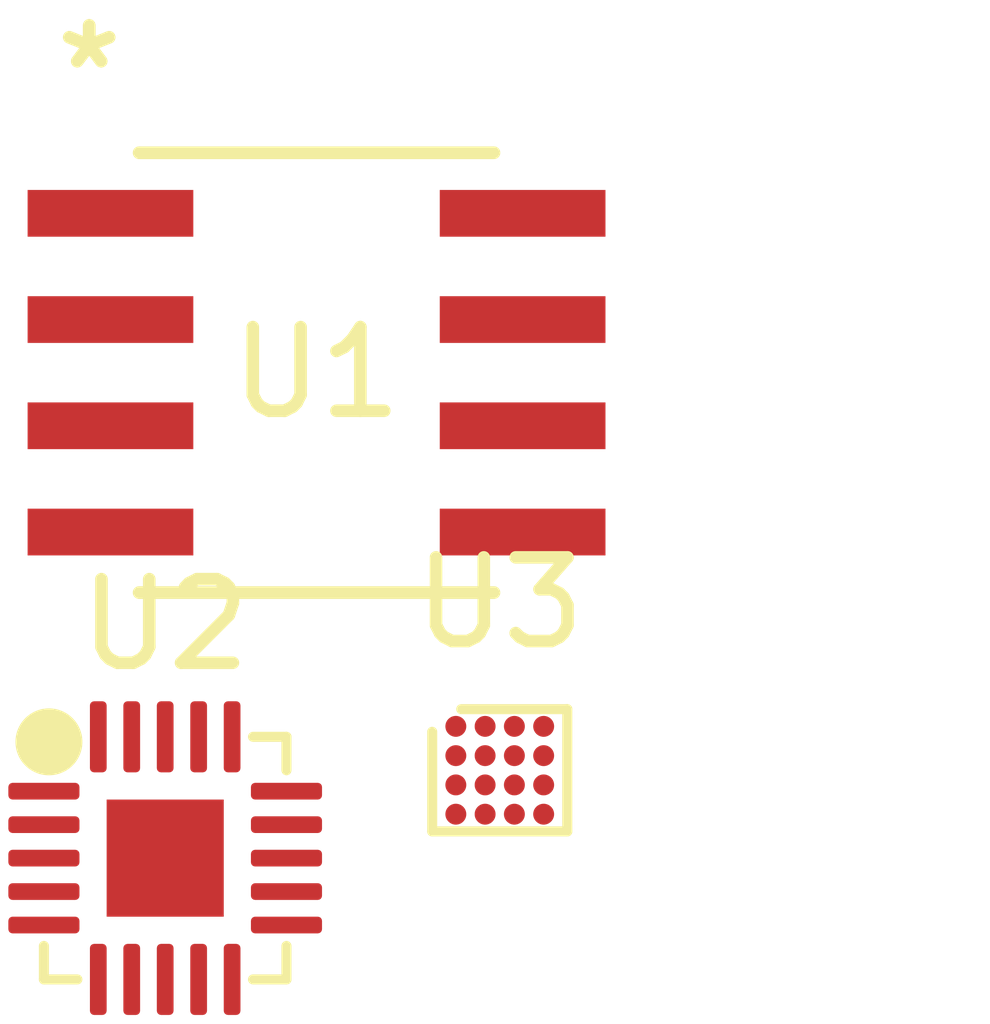
<source format=kicad_pcb>
(kicad_pcb (version 20221018) (generator pcbnew)
  (layers (0 "F.Cu" signal "Front") (1 "In1.Cu" signal) (2 "In2.Cu" signal) (31 "B.Cu" signal "Back") (34 "B.Paste" user) (35 "F.Paste" user) (36 "B.SilkS" user "B.Silkscreen") (37 "F.SilkS" user "F.Silkscreen") (38 "B.Mask" user) (39 "F.Mask" user) (44 "Edge.Cuts" user))
  (net 0 "")
  (net 1 "GND")
  (net 2 "Net-(U1-G2)")
  (net 3 "Net-(U1-G1)")
  (net 4 "Net-(J6-Pin_1)")
  (net 5 "Net-(J3-Pin_1)")
  (footprint "00_Custom:SO-8_AOS" (layer "F.Cu") (at 133.2846 95.7221)
    (fp_text reference "U1" (at 0 0 unlocked) (layer "F.SilkS"))
    (fp_text value "AO4882")
    (fp_text user "*" (at -2.7178 -3.6068) (layer "F.SilkS"))
    (fp_text user "*" (at -2.7178 -3.6068 unlocked) (layer "F.SilkS"))
    (fp_line (start -2.1209 2.6289) (end 2.1209 2.6289) (stroke (width 0.1524)) (layer "F.SilkS"))
    (fp_line (start 2.1209 -2.6289) (end -2.1209 -2.6289) (stroke (width 0.1524)) (layer "F.SilkS"))
    (pad "1" smd rect (at -2.4638 -1.905) (size 1.9812 0.5588) (layers "F.Cu" "F.Paste" "F.Mask") (net 1 "GND"))
    (pad "2" smd rect (at -2.4638 -0.635) (size 1.9812 0.5588) (layers "F.Cu" "F.Paste" "F.Mask") (net 2 "Net-(U1-G2)"))
    (pad "3" smd rect (at -2.4638 0.635) (size 1.9812 0.5588) (layers "F.Cu" "F.Paste" "F.Mask") (net 1 "GND"))
    (pad "4" smd rect (at -2.4638 1.905) (size 1.9812 0.5588) (layers "F.Cu" "F.Paste" "F.Mask") (net 3 "Net-(U1-G1)"))
    (pad "5" smd rect (at 2.4638 1.905) (size 1.9812 0.5588) (layers "F.Cu" "F.Paste" "F.Mask") (net 4 "Net-(J6-Pin_1)"))
    (pad "6" smd rect (at 2.4638 0.635) (size 1.9812 0.5588) (layers "F.Cu" "F.Paste" "F.Mask") (net 4 "Net-(J6-Pin_1)"))
    (pad "7" smd rect (at 2.4638 -0.635) (size 1.9812 0.5588) (layers "F.Cu" "F.Paste" "F.Mask") (net 5 "Net-(J3-Pin_1)"))
    (pad "8" smd rect (at 2.4638 -1.905) (size 1.9812 0.5588) (layers "F.Cu" "F.Paste" "F.Mask") (net 5 "Net-(J3-Pin_1)"))
  )
  (footprint "00_Custom:CSP16_1.59x1.436mm_P0.35mm_JLCPCB" (layer "F.Cu") (at 135.475 100.475)
    (fp_text reference "U3" (at 0 -2) (layer "F.SilkS"))
    (fp_text value "HC32L110C6UA")
    (fp_line (start -0.8075 0.7305) (end -0.8075 -0.46) (stroke (width 0.12)) (layer "F.SilkS"))
    (fp_line (start -0.46 -0.7305) (end 0.8075 -0.7305) (stroke (width 0.12)) (layer "F.SilkS"))
    (fp_line (start 0.8075 -0.7305) (end 0.8075 0.7305) (stroke (width 0.12)) (layer "F.SilkS"))
    (fp_line (start 0.8075 0.7305) (end -0.8075 0.7305) (stroke (width 0.12)) (layer "F.SilkS"))
    (pad "A1" smd circle (at -0.525 -0.525) (size 0.25 0.25) (layers "F.Cu" "F.Paste" "F.Mask"))
    (pad "A2" smd circle (at -0.175 -0.525) (size 0.25 0.25) (layers "F.Cu" "F.Paste" "F.Mask"))
    (pad "A3" smd circle (at 0.175 -0.525) (size 0.25 0.25) (layers "F.Cu" "F.Paste" "F.Mask"))
    (pad "A4" smd circle (at 0.525 -0.525) (size 0.25 0.25) (layers "F.Cu" "F.Paste" "F.Mask"))
    (pad "B1" smd circle (at -0.525 -0.175) (size 0.25 0.25) (layers "F.Cu" "F.Paste" "F.Mask"))
    (pad "B2" smd circle (at -0.175 -0.175) (size 0.25 0.25) (layers "F.Cu" "F.Paste" "F.Mask"))
    (pad "B3" smd circle (at 0.175 -0.175) (size 0.25 0.25) (layers "F.Cu" "F.Paste" "F.Mask"))
    (pad "B4" smd circle (at 0.525 -0.175) (size 0.25 0.25) (layers "F.Cu" "F.Paste" "F.Mask"))
    (pad "C1" smd circle (at -0.525 0.175) (size 0.25 0.25) (layers "F.Cu" "F.Paste" "F.Mask"))
    (pad "C2" smd circle (at -0.175 0.175) (size 0.25 0.25) (layers "F.Cu" "F.Paste" "F.Mask"))
    (pad "C3" smd circle (at 0.175 0.175) (size 0.25 0.25) (layers "F.Cu" "F.Paste" "F.Mask"))
    (pad "C4" smd circle (at 0.525 0.175) (size 0.25 0.25) (layers "F.Cu" "F.Paste" "F.Mask"))
    (pad "D1" smd circle (at -0.525 0.525) (size 0.25 0.25) (layers "F.Cu" "F.Paste" "F.Mask"))
    (pad "D2" smd circle (at -0.175 0.525) (size 0.25 0.25) (layers "F.Cu" "F.Paste" "F.Mask"))
    (pad "D3" smd circle (at 0.175 0.525) (size 0.25 0.25) (layers "F.Cu" "F.Paste" "F.Mask"))
    (pad "D4" smd circle (at 0.525 0.525) (size 0.25 0.25) (layers "F.Cu" "F.Paste" "F.Mask"))
  )
  (footprint "00_Custom:QFN-20-1EP_3x3mm_P0.4mm_EP1.4x1.4mm" (layer "F.Cu") (at 131.475 101.525)
    (fp_text reference "U2" (at 0 -2.79) (layer "F.SilkS"))
    (fp_text value "HC32L110C6UA" hide)
    (fp_line (start -1.45 1.45) (end -1.45 1.05) (stroke (width 0.12)) (layer "F.SilkS"))
    (fp_line (start -1.05 1.45) (end -1.45 1.45) (stroke (width 0.12)) (layer "F.SilkS"))
    (fp_line (start 1.05 -1.45) (end 1.45 -1.45) (stroke (width 0.12)) (layer "F.SilkS"))
    (fp_line (start 1.45 -1.45) (end 1.45 -1.05) (stroke (width 0.12)) (layer "F.SilkS"))
    (fp_line (start 1.45 1.05) (end 1.45 1.45) (stroke (width 0.12)) (layer "F.SilkS"))
    (fp_line (start 1.45 1.45) (end 1.05 1.45) (stroke (width 0.12)) (layer "F.SilkS"))
    (fp_circle (center -1.39 -1.39) (end -0.99 -1.39) (fill solid) (layer "F.SilkS"))
    (pad "1" smd roundrect (at -1.45 -0.8) (size 0.85 0.2) (layers "F.Cu" "F.Paste" "F.Mask"))
    (pad "2" smd roundrect (at -1.45 -0.4) (size 0.85 0.2) (layers "F.Cu" "F.Paste" "F.Mask"))
    (pad "3" smd roundrect (at -1.45 0) (size 0.85 0.2) (layers "F.Cu" "F.Paste" "F.Mask"))
    (pad "4" smd roundrect (at -1.45 0.4) (size 0.85 0.2) (layers "F.Cu" "F.Paste" "F.Mask"))
    (pad "5" smd roundrect (at -1.45 0.8) (size 0.85 0.2) (layers "F.Cu" "F.Paste" "F.Mask"))
    (pad "6" smd roundrect (at -0.8 1.45) (size 0.2 0.85) (layers "F.Cu" "F.Paste" "F.Mask"))
    (pad "7" smd roundrect (at -0.4 1.45) (size 0.2 0.85) (layers "F.Cu" "F.Paste" "F.Mask"))
    (pad "8" smd roundrect (at 0 1.45) (size 0.2 0.85) (layers "F.Cu" "F.Paste" "F.Mask"))
    (pad "9" smd roundrect (at 0.4 1.45) (size 0.2 0.85) (layers "F.Cu" "F.Paste" "F.Mask"))
    (pad "10" smd roundrect (at 0.8 1.45) (size 0.2 0.85) (layers "F.Cu" "F.Paste" "F.Mask"))
    (pad "11" smd roundrect (at 1.45 0.8) (size 0.85 0.2) (layers "F.Cu" "F.Paste" "F.Mask"))
    (pad "12" smd roundrect (at 1.45 0.4) (size 0.85 0.2) (layers "F.Cu" "F.Paste" "F.Mask"))
    (pad "13" smd roundrect (at 1.45 0) (size 0.85 0.2) (layers "F.Cu" "F.Paste" "F.Mask"))
    (pad "14" smd roundrect (at 1.45 -0.4) (size 0.85 0.2) (layers "F.Cu" "F.Paste" "F.Mask"))
    (pad "15" smd roundrect (at 1.45 -0.8) (size 0.85 0.2) (layers "F.Cu" "F.Paste" "F.Mask"))
    (pad "16" smd roundrect (at 0.8 -1.45) (size 0.2 0.85) (layers "F.Cu" "F.Paste" "F.Mask"))
    (pad "17" smd roundrect (at 0.4 -1.45) (size 0.2 0.85) (layers "F.Cu" "F.Paste" "F.Mask"))
    (pad "18" smd roundrect (at 0 -1.45) (size 0.2 0.85) (layers "F.Cu" "F.Paste" "F.Mask"))
    (pad "19" smd roundrect (at -0.4 -1.45) (size 0.2 0.85) (layers "F.Cu" "F.Paste" "F.Mask"))
    (pad "20" smd roundrect (at -0.8 -1.45) (size 0.2 0.85) (layers "F.Cu" "F.Paste" "F.Mask"))
    (pad "21" smd rect (at 0 0) (size 1.4 1.4) (layers "F.Cu" "F.Mask"))
  )
)
</source>
